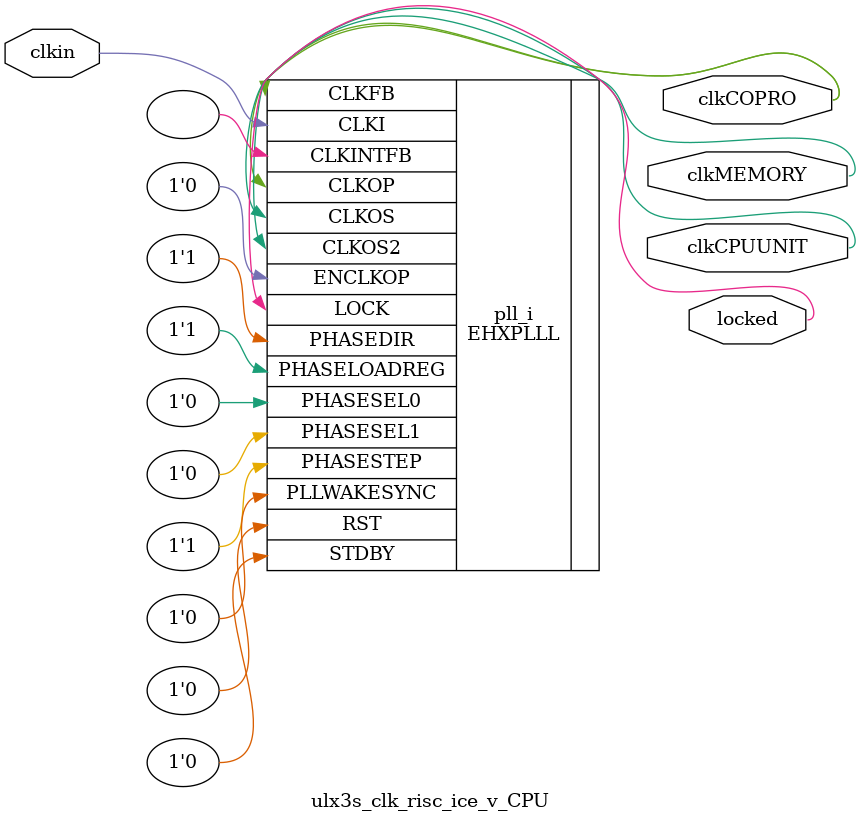
<source format=v>
module ulx3s_clk_risc_ice_v_CPU
(
    input clkin,        // 25 MHz, 0 deg
    output clkCOPRO,    // 50 MHz, 0 deg        // CO-PROCESSORS
    output clkCPUUNIT,  // 50 MHz, 0 deg        // CPU SUBUNITS
    output clkMEMORY,   // 50 MHz, 0 deg     // MEMORY CONTROLLER - BRAM
    output locked
);
(* FREQUENCY_PIN_CLKI="25" *)
(* FREQUENCY_PIN_CLKOP="50" *)
(* FREQUENCY_PIN_CLKOS="50" *)
(* FREQUENCY_PIN_CLKOS2="50" *)
(* FREQUENCY_PIN_CLKOS3="25" *)
(* ICP_CURRENT="12" *) (* LPF_RESISTOR="8" *) (* MFG_ENABLE_FILTEROPAMP="1" *) (* MFG_GMCREF_SEL="2" *)
EHXPLLL #(
        .PLLRST_ENA("DISABLED"),
        .INTFB_WAKE("DISABLED"),
        .STDBY_ENABLE("DISABLED"),
        .DPHASE_SOURCE("DISABLED"),
        .OUTDIVIDER_MUXA("DIVA"),
        .OUTDIVIDER_MUXB("DIVB"),
        .OUTDIVIDER_MUXC("DIVC"),
        .OUTDIVIDER_MUXD("DIVD"),
        .CLKI_DIV(1),
        .CLKOP_ENABLE("ENABLED"),
        .CLKOP_DIV(12),
        .CLKOP_CPHASE(5),
        .CLKOP_FPHASE(0),
        .CLKOS_ENABLE("ENABLED"),
        .CLKOS_DIV(12),
        .CLKOS_CPHASE(5),
        .CLKOS_FPHASE(0),
        .CLKOS2_ENABLE("ENABLED"),
        .CLKOS2_DIV(12),
        .CLKOS2_CPHASE(5),
        .CLKOS2_FPHASE(0),
        .FEEDBK_PATH("CLKOP"),
        .CLKFB_DIV(2)
    ) pll_i (
        .RST(1'b0),
        .STDBY(1'b0),
        .CLKI(clkin),
        .CLKOP(clkCOPRO),
        .CLKOS(clkMEMORY),
        .CLKOS2(clkCPUUNIT),
        .CLKFB(clkCOPRO),
        .CLKINTFB(),
        .PHASESEL0(1'b0),
        .PHASESEL1(1'b0),
        .PHASEDIR(1'b1),
        .PHASESTEP(1'b1),
        .PHASELOADREG(1'b1),
        .PLLWAKESYNC(1'b0),
        .ENCLKOP(1'b0),
        .LOCK(locked)
	);
endmodule

</source>
